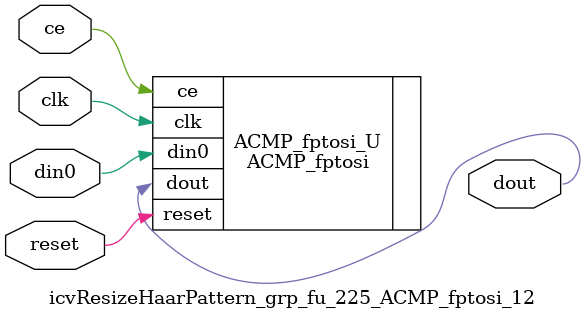
<source format=v>

`timescale 1 ns / 1 ps
module icvResizeHaarPattern_grp_fu_225_ACMP_fptosi_12(
    clk,
    reset,
    ce,
    din0,
    dout);

parameter ID = 32'd1;
parameter NUM_STAGE = 32'd1;
parameter din0_WIDTH = 32'd1;
parameter dout_WIDTH = 32'd1;
input clk;
input reset;
input ce;
input[din0_WIDTH - 1:0] din0;
output[dout_WIDTH - 1:0] dout;



ACMP_fptosi #(
.ID( ID ),
.NUM_STAGE( 3 ),
.din0_WIDTH( din0_WIDTH ),
.dout_WIDTH( dout_WIDTH ))
ACMP_fptosi_U(
    .clk( clk ),
    .reset( reset ),
    .ce( ce ),
    .din0( din0 ),
    .dout( dout ));

endmodule

</source>
